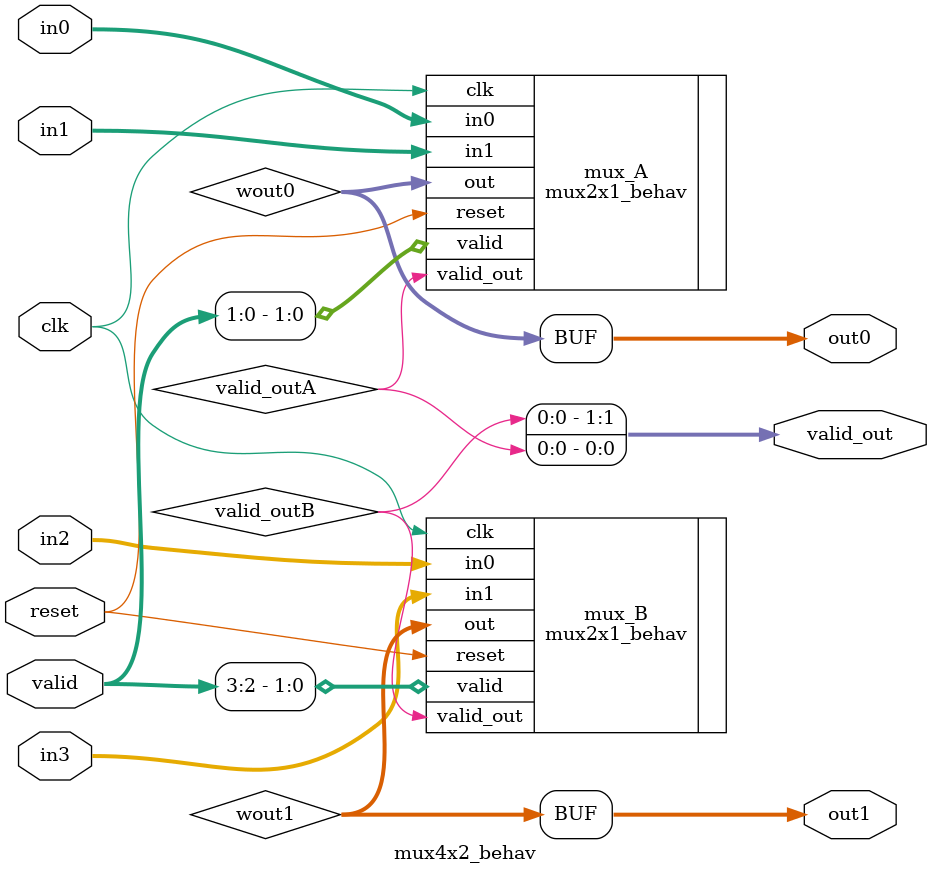
<source format=v>
`timescale 1ns / 1ps

`include "mux2x1_behav.v"

module mux4x2_behav(                	 // starts behavorial module
    
	//INPUTS
	input wire clk,         				// clock in @f
	input wire [7:0] in0,					// datas in with valid at [0] pos
	input wire [7:0] in1,
	input wire [7:0] in2,
	input wire [7:0] in3,
	input wire [3:0] valid,					// valid bits, 4bits, 1 per in
	input reset,							// reset in
	
    //OUTPUTS
	output reg [7:0] out0,					// data out0
	output reg [7:0] out1,					// data out1
	output reg [1:0] valid_out
 );
    
    //AUXILIARY/INTERNAL NODES
	wire [7:0] wout0;
	wire [7:0] wout1;
	wire valid_outA, valid_outB;


// Conection
mux2x1_behav mux_A(				.out(wout0),
								.in0(in0),
                        		.in1(in1),
								.reset(reset),
								.valid(valid[1:0]),
								.clk(clk),
								.valid_out(valid_outA)
);
 
mux2x1_behav mux_B(				.out(wout1),
								.in0(in2),
                        		.in1(in3),
								.reset(reset),
								.valid(valid[3:2]),
								.clk(clk),
								.valid_out(valid_outB)
);

//spreading final signal

always @ (*) begin
	out0 =	wout0;
	out1 =	wout1;
	valid_out[0] = valid_outA;
	valid_out[1] = valid_outB;
end

endmodule                               // Mux4x2

</source>
